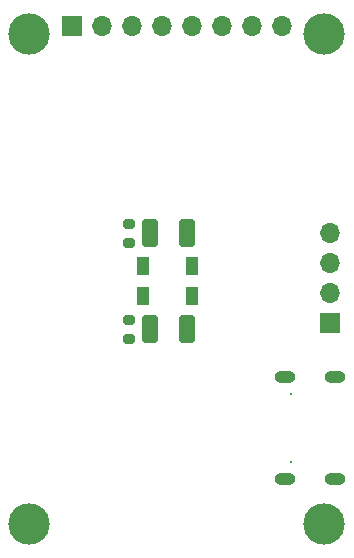
<source format=gbr>
%TF.GenerationSoftware,KiCad,Pcbnew,7.99.0-950-gc4668c1d3a-dirty*%
%TF.CreationDate,2023-06-01T03:31:39+08:00*%
%TF.ProjectId,HeartRateMonitor,48656172-7452-4617-9465-4d6f6e69746f,C*%
%TF.SameCoordinates,Original*%
%TF.FileFunction,Soldermask,Bot*%
%TF.FilePolarity,Negative*%
%FSLAX46Y46*%
G04 Gerber Fmt 4.6, Leading zero omitted, Abs format (unit mm)*
G04 Created by KiCad (PCBNEW 7.99.0-950-gc4668c1d3a-dirty) date 2023-06-01 03:31:39*
%MOMM*%
%LPD*%
G01*
G04 APERTURE LIST*
G04 Aperture macros list*
%AMRoundRect*
0 Rectangle with rounded corners*
0 $1 Rounding radius*
0 $2 $3 $4 $5 $6 $7 $8 $9 X,Y pos of 4 corners*
0 Add a 4 corners polygon primitive as box body*
4,1,4,$2,$3,$4,$5,$6,$7,$8,$9,$2,$3,0*
0 Add four circle primitives for the rounded corners*
1,1,$1+$1,$2,$3*
1,1,$1+$1,$4,$5*
1,1,$1+$1,$6,$7*
1,1,$1+$1,$8,$9*
0 Add four rect primitives between the rounded corners*
20,1,$1+$1,$2,$3,$4,$5,0*
20,1,$1+$1,$4,$5,$6,$7,0*
20,1,$1+$1,$6,$7,$8,$9,0*
20,1,$1+$1,$8,$9,$2,$3,0*%
G04 Aperture macros list end*
%ADD10RoundRect,0.200000X-0.275000X0.200000X-0.275000X-0.200000X0.275000X-0.200000X0.275000X0.200000X0*%
%ADD11R,1.000000X1.550000*%
%ADD12RoundRect,0.250000X0.412500X0.925000X-0.412500X0.925000X-0.412500X-0.925000X0.412500X-0.925000X0*%
%ADD13RoundRect,0.200000X0.275000X-0.200000X0.275000X0.200000X-0.275000X0.200000X-0.275000X-0.200000X0*%
%ADD14C,3.500000*%
%ADD15C,0.299720*%
%ADD16O,1.800860X1.000760*%
%ADD17R,1.700000X1.700000*%
%ADD18O,1.700000X1.700000*%
G04 APERTURE END LIST*
D10*
%TO.C,R23*%
X30238000Y-50675500D03*
X30238000Y-52325500D03*
%TD*%
D11*
%TO.C,D1*%
X31373000Y-46166500D03*
X31373000Y-48716500D03*
X35573000Y-46166500D03*
X35573000Y-48716500D03*
%TD*%
D12*
%TO.C,D3*%
X35077500Y-43372500D03*
X32002500Y-43372500D03*
%TD*%
D13*
%TO.C,R24*%
X30238000Y-44197500D03*
X30238000Y-42547500D03*
%TD*%
D12*
%TO.C,D2*%
X35077500Y-51500500D03*
X32002500Y-51500500D03*
%TD*%
D14*
%TO.C,REF\u002A\u002A*%
X46740000Y-67992500D03*
%TD*%
%TO.C,REF\u002A\u002A*%
X21740000Y-26492500D03*
%TD*%
%TO.C,REF\u002A\u002A*%
X21740000Y-67992500D03*
%TD*%
D15*
%TO.C,J1*%
X43928600Y-62773020D03*
X43928600Y-56991980D03*
D16*
X43407900Y-64203040D03*
X47609060Y-64203040D03*
X43407900Y-55561960D03*
X47609060Y-55561960D03*
%TD*%
D14*
%TO.C,REF\u002A\u002A*%
X46740000Y-26492500D03*
%TD*%
D17*
%TO.C,J3*%
X25350000Y-25846500D03*
D18*
X27890000Y-25846500D03*
X30430000Y-25846500D03*
X32970000Y-25846500D03*
X35510000Y-25846500D03*
X38050000Y-25846500D03*
X40590000Y-25846500D03*
X43130000Y-25846500D03*
%TD*%
D17*
%TO.C,J2*%
X47256000Y-50982500D03*
D18*
X47256000Y-48442500D03*
X47256000Y-45902500D03*
X47256000Y-43362500D03*
%TD*%
M02*

</source>
